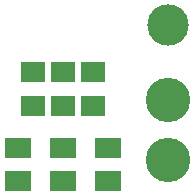
<source format=gts>
G75*
G70*
%OFA0B0*%
%FSLAX24Y24*%
%IPPOS*%
%LPD*%
%AMOC8*
5,1,8,0,0,1.08239X$1,22.5*
%
%ADD10R,0.0790X0.0710*%
%ADD11C,0.1480*%
%ADD12R,0.0867X0.0710*%
%ADD13C,0.1380*%
D10*
X001400Y003215D03*
X002400Y003215D03*
X003400Y003215D03*
X003400Y004335D03*
X002400Y004335D03*
X001400Y004335D03*
D11*
X005900Y003400D03*
X005900Y001400D03*
D12*
X000900Y000724D03*
X000900Y001826D03*
X002400Y001826D03*
X002400Y000724D03*
X003900Y000724D03*
X003900Y001826D03*
D13*
X005900Y005900D03*
M02*

</source>
